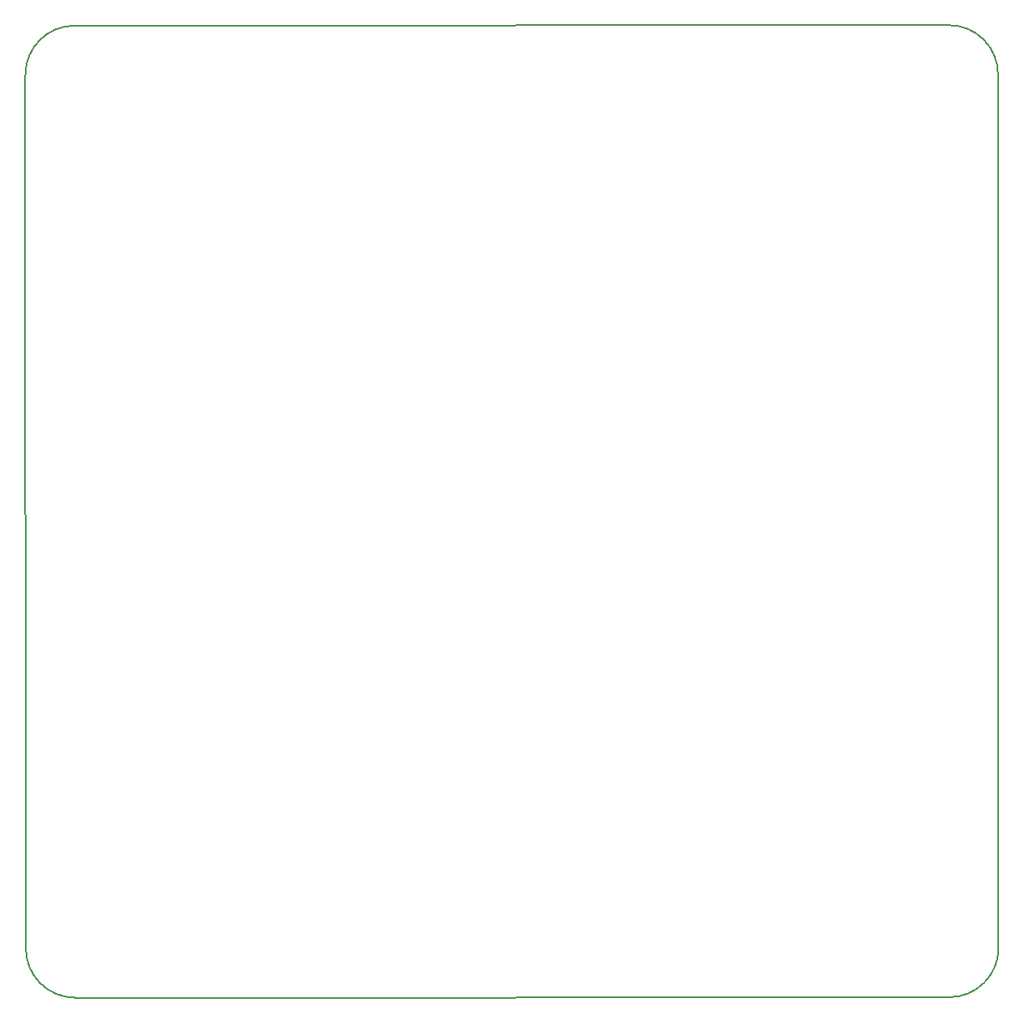
<source format=gbr>
%TF.GenerationSoftware,KiCad,Pcbnew,(6.0.0)*%
%TF.CreationDate,2022-02-11T12:52:59-03:00*%
%TF.ProjectId,Circuito fuente,43697263-7569-4746-9f20-6675656e7465,V02*%
%TF.SameCoordinates,Original*%
%TF.FileFunction,Profile,NP*%
%FSLAX46Y46*%
G04 Gerber Fmt 4.6, Leading zero omitted, Abs format (unit mm)*
G04 Created by KiCad (PCBNEW (6.0.0)) date 2022-02-11 12:52:59*
%MOMM*%
%LPD*%
G01*
G04 APERTURE LIST*
%TA.AperFunction,Profile*%
%ADD10C,0.200000*%
%TD*%
G04 APERTURE END LIST*
D10*
X103000000Y-28550000D02*
X192000000Y-28500000D01*
X98050000Y-122500000D02*
G75*
G03*
X103050000Y-127500000I5000000J0D01*
G01*
X98050000Y-122500000D02*
X98000000Y-33550000D01*
X192050000Y-127450000D02*
G75*
G03*
X197050000Y-122450000I0J5000000D01*
G01*
X197000000Y-33500000D02*
X197050000Y-122450000D01*
X197000000Y-33500000D02*
G75*
G03*
X192000000Y-28500000I-5000000J0D01*
G01*
X192050000Y-127450000D02*
X103050000Y-127500000D01*
X103000000Y-28550000D02*
G75*
G03*
X98000000Y-33550000I0J-5000000D01*
G01*
M02*

</source>
